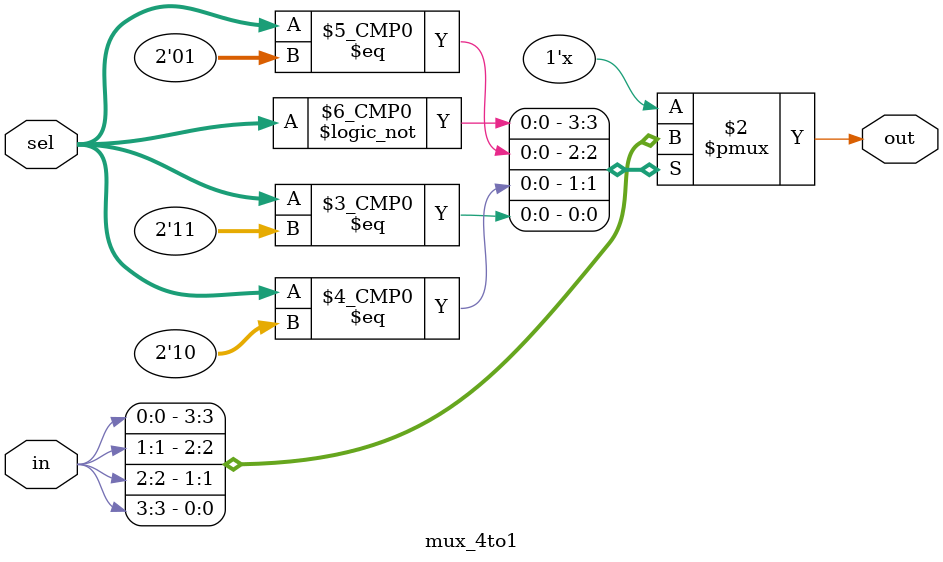
<source format=sv>
`timescale 1ns / 1ps


module mux_4to1 #(parameter data_width= 4, parameter sel_width= 2) (
    output logic out,

    input wire [data_width-1:0] in,
    input wire [sel_width-1: 0] sel
    );

    always_comb begin : mux
        case (sel)
            'd0: out= in[0];
            'd1: out= in[1];
            'd2: out= in[2];
            'd3: out= in[3];
            default: out= in[0];
        endcase
    end
endmodule

</source>
